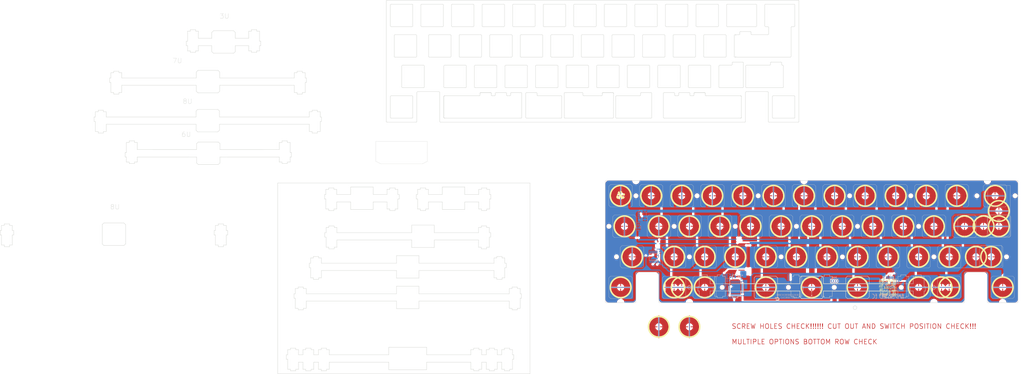
<source format=kicad_pcb>
(kicad_pcb (version 20221018) (generator pcbnew)

  (general
    (thickness 1.6)
  )

  (paper "A4")
  (layers
    (0 "F.Cu" signal)
    (31 "B.Cu" signal)
    (32 "B.Adhes" user "B.Adhesive")
    (33 "F.Adhes" user "F.Adhesive")
    (34 "B.Paste" user)
    (35 "F.Paste" user)
    (36 "B.SilkS" user "B.Silkscreen")
    (37 "F.SilkS" user "F.Silkscreen")
    (38 "B.Mask" user)
    (39 "F.Mask" user)
    (40 "Dwgs.User" user "User.Drawings")
    (41 "Cmts.User" user "User.Comments")
    (42 "Eco1.User" user "User.Eco1")
    (43 "Eco2.User" user "User.Eco2")
    (44 "Edge.Cuts" user)
    (45 "Margin" user)
    (46 "B.CrtYd" user "B.Courtyard")
    (47 "F.CrtYd" user "F.Courtyard")
    (48 "B.Fab" user)
    (49 "F.Fab" user)
    (50 "User.1" user)
    (51 "User.2" user)
    (52 "User.3" user)
    (53 "User.4" user)
    (54 "User.5" user)
    (55 "User.6" user)
    (56 "User.7" user)
    (57 "User.8" user)
    (58 "User.9" user)
  )

  (setup
    (stackup
      (layer "F.SilkS" (type "Top Silk Screen"))
      (layer "F.Paste" (type "Top Solder Paste"))
      (layer "F.Mask" (type "Top Solder Mask") (thickness 0.01))
      (layer "F.Cu" (type "copper") (thickness 0.035))
      (layer "dielectric 1" (type "core") (thickness 1.51) (material "FR4") (epsilon_r 4.5) (loss_tangent 0.02))
      (layer "B.Cu" (type "copper") (thickness 0.035))
      (layer "B.Mask" (type "Bottom Solder Mask") (thickness 0.01))
      (layer "B.Paste" (type "Bottom Solder Paste"))
      (layer "B.SilkS" (type "Bottom Silk Screen"))
      (copper_finish "None")
      (dielectric_constraints no)
    )
    (pad_to_mask_clearance 0)
    (pcbplotparams
      (layerselection 0x00010fc_ffffffff)
      (plot_on_all_layers_selection 0x0000000_00000000)
      (disableapertmacros false)
      (usegerberextensions false)
      (usegerberattributes true)
      (usegerberadvancedattributes true)
      (creategerberjobfile true)
      (dashed_line_dash_ratio 12.000000)
      (dashed_line_gap_ratio 3.000000)
      (svgprecision 4)
      (plotframeref false)
      (viasonmask false)
      (mode 1)
      (useauxorigin false)
      (hpglpennumber 1)
      (hpglpenspeed 20)
      (hpglpendiameter 15.000000)
      (dxfpolygonmode true)
      (dxfimperialunits true)
      (dxfusepcbnewfont true)
      (psnegative false)
      (psa4output false)
      (plotreference true)
      (plotvalue true)
      (plotinvisibletext false)
      (sketchpadsonfab false)
      (subtractmaskfromsilk false)
      (outputformat 1)
      (mirror false)
      (drillshape 0)
      (scaleselection 1)
      (outputdirectory "Production")
    )
  )

  (net 0 "")
  (net 1 "COL0")
  (net 2 "ROW0")
  (net 3 "GND")
  (net 4 "COL1")
  (net 5 "COL2")
  (net 6 "COL3")
  (net 7 "COL4")
  (net 8 "COL5")
  (net 9 "COL6")
  (net 10 "COL7")
  (net 11 "COL8")
  (net 12 "COL9")
  (net 13 "COL10")
  (net 14 "COL11")
  (net 15 "COL12")
  (net 16 "ROW1")
  (net 17 "ROW2")
  (net 18 "ROW3")
  (net 19 "+3V3")
  (net 20 "NRST")
  (net 21 "+5V")
  (net 22 "Net-(U1-PB6)")
  (net 23 "Net-(U1-PB4)")
  (net 24 "Net-(U1-PB5)")
  (net 25 "Net-(U1-PB3)")
  (net 26 "BOOT0")
  (net 27 "unconnected-(U1-PC13-Pad2)")
  (net 28 "unconnected-(U1-PC14-Pad3)")
  (net 29 "unconnected-(U1-PC15-Pad4)")
  (net 30 "unconnected-(U1-PF0-Pad5)")
  (net 31 "unconnected-(U1-PF1-Pad6)")
  (net 32 "unconnected-(U1-PA0-Pad10)")
  (net 33 "unconnected-(U1-PA1-Pad11)")
  (net 34 "unconnected-(U1-PA2-Pad12)")
  (net 35 "ADC")
  (net 36 "unconnected-(U1-PA5-Pad15)")
  (net 37 "unconnected-(U1-PA6-Pad16)")
  (net 38 "unconnected-(U1-PA7-Pad17)")
  (net 39 "AMUX_SEL_0")
  (net 40 "AMUX_SEL_1")
  (net 41 "AMUX_SEL_2")
  (net 42 "APLEX_EN_PIN_0")
  (net 43 "APLEX_EN_PIN_1")
  (net 44 "unconnected-(U1-PB12-Pad25)")
  (net 45 "unconnected-(U1-PB13-Pad26)")
  (net 46 "unconnected-(U1-PB14-Pad27)")
  (net 47 "unconnected-(U1-PB15-Pad28)")
  (net 48 "unconnected-(U1-PA8-Pad29)")
  (net 49 "D_N")
  (net 50 "D_P")
  (net 51 "unconnected-(U1-PA15-Pad38)")
  (net 52 "unconnected-(U1-PA9-Pad30)")
  (net 53 "unconnected-(U1-PA10-Pad31)")
  (net 54 "unconnected-(U1-PA13-Pad34)")
  (net 55 "unconnected-(U1-PA14-Pad37)")
  (net 56 "unconnected-(U1-PB7-Pad43)")
  (net 57 "unconnected-(U1-PB8-Pad45)")
  (net 58 "unconnected-(U1-PB9-Pad46)")
  (net 59 "APLEX_OUT")
  (net 60 "Net-(U4--)")

  (footprint "cipulot_parts:ecs_pad_1U_no_ring" (layer "F.Cu") (at 146.05 91.28125 -90))

  (footprint "cipulot_parts:ecs_pad_1U_no_ring" (layer "F.Cu") (at 79.375 72.23125))

  (footprint "cipulot_parts:HOLE_M2" (layer "F.Cu") (at 127 72.23125))

  (footprint "cipulot_parts:ecs_pad_1U_no_ring" (layer "F.Cu") (at 160.3375 34.13125 180))

  (footprint "cipulot_parts:ecs_pad_1U_no_ring" (layer "F.Cu") (at 84.137501 34.13125 180))

  (footprint "cipulot_parts:ecs_pad_1U_no_ring" (layer "F.Cu") (at 265.1125 91.28125 -90))

  (footprint "cipulot_parts:ecs_plate_cut_1U" (layer "F.Cu") (at 26.9875 91.28125))

  (footprint "cipulot_parts:ecs_pad_1U_no_ring" (layer "F.Cu") (at 222.25 53.18125 180))

  (footprint "cipulot_parts:HOLE_M2" (layer "F.Cu") (at 90.4875 91.28125))

  (footprint "cipulot_parts:ecs_pad_1U_no_ring" (layer "F.Cu") (at 260.35 34.13125 90))

  (footprint "cipulot_parts:ecs_plate_cut_1U" (layer "F.Cu") (at 136.525 72.23125))

  (footprint "LOGO" (layer "F.Cu") (at 26.9875 34.13125))

  (footprint "cipulot_parts:ecs_plate_cut_1U" (layer "F.Cu") (at 262.73125 53.18125))

  (footprint "cipulot_parts:ecs_pad_1U_no_ring" (layer "F.Cu") (at 60.325 72.23125))

  (footprint "cipulot_parts:ecs_plate_cut_1U" (layer "F.Cu") (at 146.05 53.18125))

  (footprint "cipulot_parts:HOLE_M2" (layer "F.Cu") (at 60.325 53.19296))

  (footprint "cipulot_parts:ecs_pad_1U_no_ring" locked (layer "F.Cu")
    (tstamp 2a620d75-5027-47e9-a7ed-862e6f96dd77)
    (at 107.95 53.18125 180)
    (descr " StepUp generated footprint")
    (property "Sheetfile" "EC matrix.kicad_sch")
    (property "Sheetname" "EC matrix")
    (path "/dcd77d93-c577-4c2f-9bed-3ae64a09b381/67c197a5-7f5a-4f74-9b8a-a56ffe5ea1ce")
    (attr smd)
    (fp_text reference "SW_EC18" (at -6 -8) (layer "Dwgs.User")
        (effects (font (size 0.8 0.8) (thickness 0.12)))
      (tstamp 826f7f4b-aaf5-496c-a339-19089d6bfd25)
    )
    (fp_text value "Topre" (at -4.9 -5.6) (layer "F.SilkS") hide
        (effects (font (size 0.8 0.8) (thickness 0.12)))
      (tstamp bb5f954d-2da4-42c2-ae6f-55c68d6ef366)
    )
    (fp_text user "${REFERENCE}" (at 0 -2.5) (layer "F.Fab")
        (effects (font (size 0.8 0.8) (thickness 0.12)))
      (tstamp 91f2b45b-cb9e-443a-9fbc-79e2c894fe8d)
    )
    (fp_circle (center 0 0) (end 6.467 0)
      (stroke (width 0.9) (type solid)) (fill none) (layer "F.SilkS") (tstamp c66a8b3d-ff09-4170-945e-866ab9320f94))
    (fp_line (start -9.3 -2.804622) (end -9.3 -6.1)
      (stroke (width 0.1) (type solid)) (layer "Dwgs.User") (tstamp 8a43bc4d-1ca0-4d3c-b93b-7ae2ceb637ef))
    (fp_line (start -9.3 -1.4) (end -9.3 -2.804622)
      (stroke (width 0.1) (type solid)) (layer "Dwgs.User") (tstamp 7419a31d-80ad-4758-b773-ef009c13afce))
    (fp_line (start -9.3 1.4) (end -8.824333 1.110619)
      (stroke (width 0.1) (type solid)) (layer "Dwgs.User") (tstamp 098da055-0710-4aef-9073-304b0216e257))
    (fp_line (start -9.3 2.804622) (end -9.3 1.4)
      (stroke (width 0.1) (type solid)) (layer "Dwgs.User") (tstamp 73f6feba-471b-46ca-a392-2586125bbabb))
    (fp_line (start -9.3 6.1) (end -9.3 2.804622)
      (stroke (width 0.1) (type solid)) (layer "Dwgs.User") (tstamp baffb077-a1ab-43e7-8c77-71a6dc775d4f))
    (fp_line (start -8.824333 -1.110619) (end -9.3 -1.4)
      (stroke (width 0.1) (type solid)) (layer "Dwgs.User") (tstamp 9d77a093-20ee-4b22-9ecd-50d16915b861))
    (fp_line (start -7.3 -5.67) (end -5.97 -7)
      (stroke (width 0.1) (type solid)) (layer "Dwgs.User") (tstamp b2f34f20-c99e-4a05-8af0-185ec5bbb7ec))
    (fp_line (start -7.3 5.67) (end -7.3 -5.67)
      (stroke (width 0.1) (type solid)) (layer "Dwgs.User") (tstamp 478baafd-ec74-4891-bcc7-c705400f8266))
    (fp_line (start -7.3 5.67) (end -5.97 7)
      (stroke (width 0.1) (type solid)) (layer "Dwgs.User") (tstamp 96377ff3-cafd-4897-85a4-ec47d7eaa4da))
    (fp_line (start -6.3 -9.1) (end 6.3 -9.1)
      (stroke (width 0.1) (type solid)) (layer "Dwgs.User") (tstamp 2145382b-f212-49d1-bcf8-e7cc0a51c591))
    (fp_line (start -5.97 -7) (end 5.97 -7)
      (stroke (width 0.1) (type solid)) (layer "Dwgs.User") (tstamp 0c5a2cad-ab5f-457d-9aeb-2269782882c1))
    (fp_line (start -5.97 7) (end -7.3 5.67)
      (stroke (width 0.1) (type solid)) (layer "Dwgs.User") (tstamp 45d17625-f11f-4429-b85d-40ea89ccea3b))
    (fp_line (start 5.97 -7) (end 7.3 -5.67)
      (stroke (width 0.1) (type solid)) (layer "Dwgs.User") (tstamp 00171a70-a87c-45f2-a585-524e8034fe6d))
    (fp_line (start 5.97 7) (end -5.97 7)
      (stroke (width 0.1) (type solid)) (layer "Dwgs.User") (tstamp 6573b17e-9df3-4e87-9ac5-31e06c81a360))
    (fp_line (start 6.3 9.1) (end -6.3 9.1)
      (stroke (width 0.1) (type solid)) (layer "Dwgs.User") (tstamp d712c94e-1f32-4c11-826e-73490a68d296))
    (fp_line (start 7.3 -5.67) (end 7.3 5.67)
      (stroke (width 0.1) (type solid)) (layer "Dwgs.User") (tstamp ce38d0d6-81e2-420e-8d83-f4d03aa892b5))
    (fp_line (start 7.3 5.67) (end 5.97 7)
      (stroke (width 0.1) (type solid)) (layer "Dwgs.User") (tstamp aa252742-0fe3-41c9-8ac1-21fc30574a10))
    (fp_line (start 8.824333 1.110619) (end 9.3 1.4)
      (stroke (width 0.1) (type solid)) (layer "Dwgs.User") (tstamp 5cebd01b-8d13-425f-b656-236f0fb06e11))
    (fp_line (start 9.3 -6.1) (end 9.3 -2.804622)
      (stroke (width 0.1) (type solid)) (layer "Dwgs.User") (tstamp 019804a9-b9dc-464f-a760-c86ea06edd9b))
    (fp_line (start 9.3 -2.804622) (end 9.3 -1.4)
      (stroke (width 0.1) (type solid)) (layer "Dwgs.User") (tstamp 0944df0e-396b-464f-a1d2-b849f442b796))
    (fp_line (start 9.3 -1.4) (end 8.824333 -1.110619)
      (stroke (width 0.1) (type solid)) (layer "Dwgs.User") (tstamp 172858f7-bf21-4eaf-b0f7-587a18eaad0e))
    (fp_line (start 9.3 1.4) (end 9.3 2.804622)
      (stroke (width 0.1) (type solid)) (layer "Dwgs.User") (tstamp 5b17fea6-ea0a-4ab5-a7a9-7cafda51c7ed))
    (fp_line (start 9.3 2.804622) (end 9.3 6.1)
      (stroke (width 0.1) (type solid)) (layer "Dwgs.User") (tstamp e221c7f0-33b3-4632-87b4-502f269c0339))
    (fp_arc (start -9.3 -6.1) (mid -8.42132 -8.22132) (end -6.3 -9.1)
      (stroke (width 0.1) (type solid)) (layer "Dwgs.User") (tstamp 8bcf9006-6e0d-4519-bc7c-2f14230b2425))
    (fp_arc (start -8.824333 -1.110619) (mid -8.2 0) (end -8.824333 1.110619)
      (stroke (width 0.1) (type solid)) (layer "Dwgs.User") (tstamp a1dc92b8-644a-41ac-a0e3-1b09db12dac7))
    (fp_arc (start -6.3 9.1) (mid -8.42132 8.22132) (end -9.3 6.1)
      (stroke (width 0.1) (type solid)) (layer "Dwgs.User") (tstamp b815d6f6-9227-4d9c-8ea0-4e15f00f11d4))
    (fp_arc (start 6.3 -9.1) (mid 8.42132 -8.22132) (end 9.3 -6.1)
      (stroke (width 0.1) (type solid)) (layer "Dwgs.User") (tstamp 2680e2a6-d667-4e81-acbf-12a4efbe32bd))
    (fp_arc (start 8.824333 1.110619) (mid 8.2 0) (end 8.824333 -1.110619)
      (stroke (width 0.1) (type solid)) (layer "Dwgs.User") (tstamp f9ee7ee6-ffef-4f1f-b362-f9659bde1941))
    (fp_arc (start 9.3 6.1) (mid 8.42132 8.22132) (end 6.3 9.1)
      (stroke (width 0.1) (type solid)) (layer "Dwgs.User") (tstamp 471ba2e0-b0c7-4e98-8849-6a3d2da094af))
    (pad "1" smd custom locked (at -1 0 180) (size 0.4 0.4) (layers "F.Cu")
      (net 7 "COL4") (pinfunction "1") (pintype "passive") (zone_connect 0) (thermal_bridge_angle 45)
      (options (clearance outline) (anchor circle))
      (primitives
        (gr_poly
          (pts
            (xy 0.6 -2.214159)
            (xy 0.320477 -2.144936)
            (xy 0.052085 -2.040578)
            (xy -0.20078 -1.902795)
            (xy -0.433976 -1.733843)
            (xy -0.643683 -1.536492)
            (xy -0.826466 -1.313972)
            (xy -0.979332 -1.069928)
            (xy -1.099775 -0.80836)
            (xy -1.185824 -0.53355)
            (xy -1.236068 -0.25)
            (xy 0 -0.25)
            (xy 0.095671 -0.23097)
            (xy 0.176777 -0.176777)
            (xy 0.23097 -0.095671)
            (xy 0.25 0)
            (xy 0.23097 0.095671)
            (xy 0.176777 0.176777)
            (xy 0.095671 0.23097)
            (xy 0 0.25)
            (xy -1.236068 0.25)
            (xy -1.185824 0.53355)
            (xy -1.099775 0.80836)
            (xy -0.979332 1.069928)
            (xy -0.826466 1.313972)
            (xy -0.643683 1.536492)
            (xy -0.433976 1.733843)
            (xy -0.20078 1.902795)
            (xy 0.052085 2.040578)
            (xy 0.320477 2.144936)
            (xy 0.6 2.214159)
            (xy 0.6 5.986652)
            (xy 0.115133 5.934392)
            (xy -0.363889 5.842928)
            (xy -0.8339 5.712864)
            (xy -1.291796 5.545058)
            (xy -1.734552 5.34062)
            (xy -2.159242 5.100901)
            (xy -2.563061 4.827483)
            (xy -2.943342 4.522174)
            (xy -3.297572 4.186989)
            (xy -3.62341 3.824144)
            (xy -3.918705 3.436035)
            (xy -4.181506 3.025227)
            (xy -4.410075 2.594434)
            (xy -4.602904 2.1465)
            (xy -4.758719 1.684386)
            (xy -4.876489 1.211145)
            (xy -4.955438 0.729902)
            (xy -4.995043 0.243838)
            (xy -4.995043 -0.243838)
            (xy -4.955438 -0.729902)
            (xy -4.876489 -1.211145)
            (xy -4.758719 -1.684386)
            (xy -4.602904 -2.1465)
            (xy -4.410075 -2.594434)
            (xy -4.181506 -3.025227)
            (xy -3.918705 -3.436035)
            (xy -3.62341 -3.824144)
            (xy -3.297572 -4.186989)
            (xy -2.943342 -4.522174)
            (xy -2.563061 -4.827483)
            (xy -2.159242 -5.100901)
            (xy -1.734552 -5.34062)
            (xy -1.291796 -5.545058)
            (xy -0.8339 -5.712864)
            (xy -0.363889 -5.842928)
            (xy 0.115133 -5.934392)
            (xy 0.6 -5.986652)
          )
          (width 0) (fill yes))
      ) (tstamp 69b8f36e-f426-4c7d-b67c-a8220aa981ce))
    (pad "2" smd custom locked (at 1 0) (size 0.4 0.4) (layers "F.Cu")
      (net 16 "ROW1") (pinfunction "2") (pintype "passive") (zone_connect 0) (thermal_bridge_angle 45)
      (options (clearance outline) (anchor circle))
      (primitives
        (gr_poly
          (pts
            (xy 0.6 -2.214159)
            (xy 0.320477 -2.144936)
            (xy 0.052085 -2.040578)
            (xy -0.20078 -1.902795)
            (xy -0.433976 -1.733843)
            (xy -0.643683 -1.536492)
            (xy -0.826466 -1.313972)
            (xy -0.979332 -1.069928)
            (xy -1.099775 -0.80836)
            (xy -1.185824 -0.53355)
            (xy -1.236068 -0.25)
            (xy 0 -0.25)
            (xy 0.095671 -0.23097)
            (xy 0.176777 -0.176777)
            (xy 0.23097 -0.095671)
            (xy 0.25 0)
            (xy 0.23097 0.095671)
            (xy 0.176777 0.176777)
            (xy 0.095671 0.23097)
            (xy 0 0.25)
            (xy -1.236068 0.25)
            (xy -1.185824 0.53355)
            (xy -1.099775 0.80836)
            (xy -0.979332 1.069928)
            (xy -0.826466 1.313972)
            (xy -0.643683 1.536492)
            (xy -0.433976 1.733843)
            (xy -0.20078 1.902795)
            (xy 0.052085 2.040578)
            (xy 0.320477 2.144936)
            (xy 0.6 2.214159)
            (xy 0.6 5.986652)
            (xy 0.115133 5.934392)
            (xy -0.363889 5.842928)
            (xy -0.8339 5.712864)
            (xy -1.291796 5.545058)
            (xy -1.734552 5.34062)
            (xy -2.159242 5.100901)
            (xy -2.563061 4.827483)
            (xy -2.943342 4.522174)
            (xy -3.297572 4.186989)
            (xy -3.62341 3.824144)
            (xy -3.918705 3.436035)
            (xy -4.181506 3.025227)
            (xy -4.410075 2.594434)
            (xy -4.602904 2.1465)
            (xy -4.758719 1.684386)
            (xy -4.876489 1.211145)
            (xy -4.955438 0.729902)
            (xy -4.995043 0.243838)
            (xy -4.995043 -0.243838)
            (xy -4.955438 -0.729902)
            (xy -4.876489 -1.211145)
            (xy -4.758719 -1.684386)
            (xy -4.602904 -2.1465)
            (xy -4.410075 -2.594434)
            (xy -4.181506 -3.025227)
            (xy -3.918705 -3.436035)
            (xy -3.62341 -3.824144)
            (xy -3.297572 -4.186989)
            (xy -2.943342 -4.522174)
            (xy -2.563061 -4.827483)
            (xy -2.159242 -5.100901)
            (xy -1.734552 -5.34062)
            (xy -1.291796 -5.545058)
            (xy -0.8339 -5.712864)
            (xy -0.363889 -5.842928)
            (xy 0.115133 -5.934392)
            (xy 0.6 -5.986652)
          )
          (width 0) (fill yes))
      ) (tstamp 911d78b4-3d7d-4296-b50b-5123da94583a))
    (pad "3" smd custom locked (at 0 0 180) (size 0.4 0.4) (layers "F.Cu")
      (net 3 "GND") (pinfunction "SG") (pintype "input") (zone_connect 2) (thermal_bridge_angle 45)
      (options (clearance convexhull) (anchor rect))
      (primitives
        (gr_line (start 0 -7) (end 0 7) (width 0.4))
      ) (tstamp 6d8ffb6b-e49c-49b8-826a-f42fc43f7efa))
    (pad "3" smd custom locked (at 0 0 180) (size 0.4 0.4) (layers "B.Cu")
      (net 3 "GND") (pinfunction "SG") (pintype "input") (zone_connect 2) (thermal_bridge_angle 45)
      (options (clearance convexhull) (anchor rect))
      (primitives
        (gr_line (start 0 -6.5) (end 0 6.5) (width 0.4))
      ) (tstamp 69740401-b89c-4805-aa3a-f4a0cc7a998d))
    (zone (net 0) (net_name "") (layer "F.Cu") (tstamp b30918fa-338c-472e-979f-ac7dca02343a) (hatch edge 0.508)
      (connect_pads (clearance 0))
      (min_thickness 0.254) (filled_areas_thickness no)
      (keepout (tracks allowed) (vias allowed) (pads allowed) (copperpour not_allowed) (footprints allowed))
      (fill (thermal_gap 0.508) (thermal_bridge_width 0.508))
      (polygon
        (pts
          (xy 100.945095 53.18125)
          (xy 100.963907 53.694277)
          (xy 101.020241 54.204548)
          (xy 101.113796 54.709323)
          (xy 101.244068 55.20589)
          (xy 101.410358 55.691583)
          (xy 101.611772 56.163793)
          (xy 101.84723 56.619984)
          (xy 102.115466 57.057705)
          (xy 102.415039 57.474606)
          (xy 102.744341 57.868446)
          (xy 103.101603 58.237112)
          (xy 103.484906 58.578622)
          (xy 103.89219 58.891143)
          (xy 104.32127 59.172995)
          (xy 104.76984 59.422666)
          (xy 105.23549 59.638814)
          (xy 105.71572 59.820278)
          (xy 106.207951 59.966083)
          (xy 106.709538 60.075447)
          (xy 107.217788 60.147781)
          (xy 107.729971 60.182699)
          (xy 108.243335 60.180011)
          (xy 108.755124 60.139732)
          (xy 109.262588 60.062079)
          (xy 109.763003 59.947469)
          (xy 110.25368 59.796517)
          (xy 110.731983 59.610034)
          (xy 111.195345 59.389022)
          (xy 111.641275 59.134668)
          (xy 112.06738 58.848337)
          (xy 112.47137 58.531569)
          (xy 112.851075 58.186063)
          (xy 113.204457 57.813677)
          (xy 113.529616 57.416409)
          (xy 113.824808 56.996395)
          (xy 114.088445 56.555889)
          (xy 114.319113 56.097257)
          (xy 114.515571 55.622964)
          (xy 114.676766 55.135556)
          (xy 114.801831 54.637652)
          (xy 114.890095 54.131925)
          (xy 114.941082 53.621092)
          (xy 114.954521 53.107896)
          (xy 114.930338 52.595095)
          (xy 114.868663 52.085441)
          (xy 114.769828 51.581674)
          (xy 114.634363 51.086498)
          (xy 114.462996 50.602572)
          (xy 114.256647 50.132497)
          (xy 114.016426 49.678798)
          (xy 113.743621 49.243909)
          (xy 113.439698 48.830169)
          (xy 113.10629 48.439798)
          (xy 112.745187 48.074894)
          (xy 112.35833 47.737416)
          (xy 111.947794 47.429178)
          (xy 111.515787 47.151834)
          (xy 111.064627 46.906874)
          (xy 110.596739 46.695615)
          (xy 110.114635 46.519189)
          (xy 109.620904 46.378547)
          (xy 109.118199 46.274441)
          (xy 108.60922 46.207433)
          (xy 108.0967 46.177881)
          (xy 107.583392 46.185945)
          (xy 107.072053 46.231581)
          (xy 106.565429 46.314544)
          (xy 106.066242 46.434388)
          (xy 105.577173 46.59047)
          (xy 105.100848 46.781951)
          (xy 104.639827 47.007803)
          (xy 104.196584 47.266813)
          (xy 103.773501 47.55759)
          (xy 103.372851 47.878572)
          (xy 102.996784 48.228034)
          (xy 102.647322 48.604101)
          (xy 102.32634 49.004751)
          (xy 102.035563 49.427834)
          (xy 101.776553 49.871077)
          (xy 101.550701 50.332098)
          (xy 101.35922 50.808423)
          (xy 101.203138 51.297492)
          (xy 101.083294 51.796679)
          (xy 101.000331 52.303303)
          (xy 100.954695 52.814642)
        )
      )
    )
    (zone (net 0) (net_name "") (layer "B.Cu") (tstamp a441e1da-dc22-4bfc-9ac0-9dd2766bf18b) (hatch edge 0.508)
      (connect_pads (clearance 0))
      (min_thickness 0.254) (filled_areas_thickness no)
      (keepout (tracks allowed) (vias allowed) (pads allowed) (copperpour not_allowed) (footprints allowed))
      (fill (thermal_gap 0.508) (thermal_bridge_width 0.508))
      (polygon
        (pts
          (xy 101.391744 53.18125)
          (xy 101.411961 53.695805)
          (xy 101.472487 54.207187)
          (xy 101.572949 54.712244)
          (xy 101.712728 55.207863)
          (xy 101.890962 55.690986)
          (xy 102.106551 56.158636)
          (xy 102.358168 56.607929)
          (xy 102.644259 57.036096)
          (xy 102.963063 57.440497)
          (xy 103.312613 57.818637)
          (xy 103.690753 58.168187)
          (xy 104.095154 58.486991)
          (xy 104.523321 58.773082)
          (xy 104.972614 59.024699)
          (xy 105.440264 59.240288)
          (xy 105.923387 59.418522)
          (xy 106.419006 59.558301)
          (xy 106.924063 59.658763)
          (xy 107.435445 59.719289)
          (xy 107.95 59.739506)
          (xy 108.464555 59.719289)
          (xy 108.975937 59.658763)
          (xy 109.480994 59.558301)
          (xy 109.976613 59.418522)
          (xy 110.459736 59.240288)
          (xy 110.927386 59.024699)
          (xy 111.376679 58.773082)
          (xy 111.804846 58.486991)
          (xy 112.209247 58.168187)
          (xy 112.587387 57.818637)
          (xy 112.936937 57.440497)
          (xy 113.255741 57.036096)
          (xy 113.541832
... [3411843 chars truncated]
</source>
